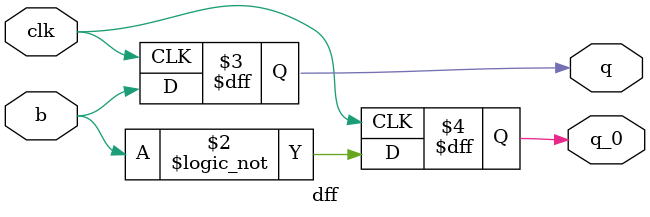
<source format=v>
module dff(b,clk,q,q_0);
	input b, clk;
	output q,q_0;
	reg q;
	reg q_0;
	
	always@(posedge clk)
	begin
		q <= b;
		q_0 <= !b;
	end
endmodule

</source>
